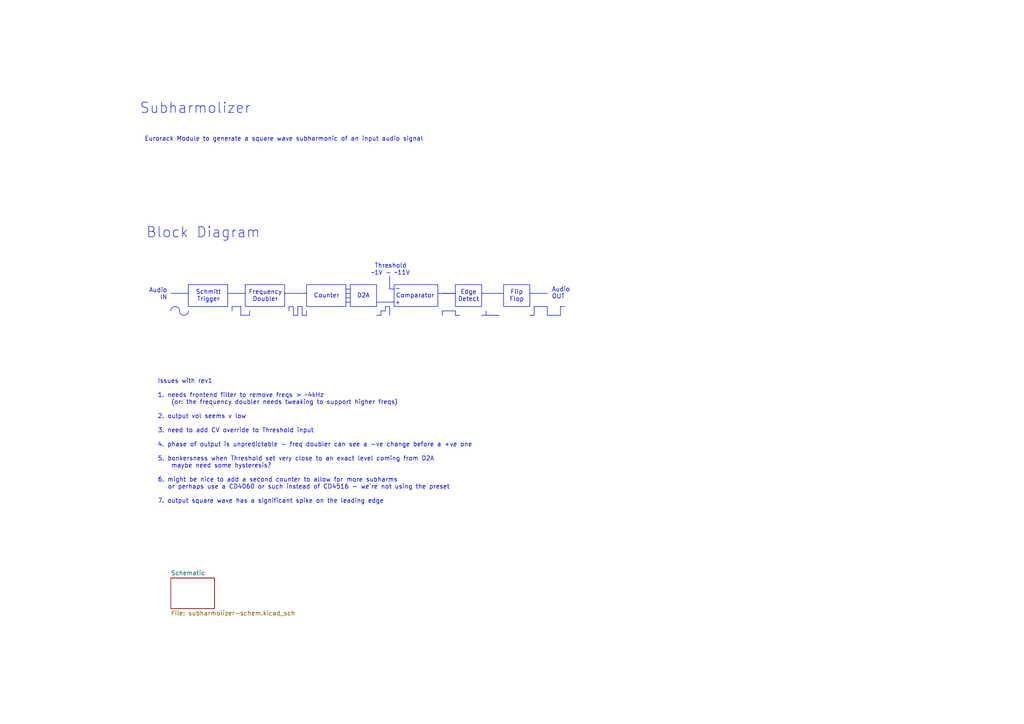
<source format=kicad_sch>
(kicad_sch
	(version 20250114)
	(generator "eeschema")
	(generator_version "9.0")
	(uuid "91a8f1d9-b08b-4cee-bee7-e3a446067852")
	(paper "A4")
	(title_block
		(title "Subharmolizer Overview")
		(date "2025-09-20")
		(rev "2")
		(company "molen, inc.")
	)
	(lib_symbols)
	(rectangle
		(start 54.61 82.55)
		(end 66.04 88.9)
		(stroke
			(width 0)
			(type default)
		)
		(fill
			(type none)
		)
		(uuid 1a080930-10c5-45b5-9252-1f2f0a771dd2)
	)
	(rectangle
		(start 114.3 82.55)
		(end 127 88.9)
		(stroke
			(width 0)
			(type default)
		)
		(fill
			(type none)
		)
		(uuid 225e52f6-f38e-4fa3-9070-ed676ab6033c)
	)
	(arc
		(start 49.53 90.17)
		(mid 49.902 89.272)
		(end 50.8 88.9)
		(stroke
			(width 0)
			(type default)
		)
		(fill
			(type none)
		)
		(uuid 2e033457-b35f-4e8d-b3c5-4943f0e4a014)
	)
	(arc
		(start 54.61 90.17)
		(mid 54.238 91.068)
		(end 53.34 91.44)
		(stroke
			(width 0)
			(type default)
		)
		(fill
			(type none)
		)
		(uuid 83cc2615-6a3a-40a6-887b-30f5afe61d6b)
	)
	(arc
		(start 50.8 88.9)
		(mid 51.698 89.272)
		(end 52.07 90.17)
		(stroke
			(width 0)
			(type default)
		)
		(fill
			(type none)
		)
		(uuid 8af96834-f811-4517-9a8c-acd6c80a99cb)
	)
	(rectangle
		(start 88.9 82.55)
		(end 100.33 88.9)
		(stroke
			(width 0)
			(type default)
		)
		(fill
			(type none)
		)
		(uuid 8b3c69fb-6c7f-4707-bcd9-34669a02168e)
	)
	(rectangle
		(start 146.05 82.55)
		(end 153.67 88.9)
		(stroke
			(width 0)
			(type default)
		)
		(fill
			(type none)
		)
		(uuid ad91669e-4059-4230-b044-cb9d02a53bbf)
	)
	(rectangle
		(start 71.12 82.55)
		(end 82.55 88.9)
		(stroke
			(width 0)
			(type default)
		)
		(fill
			(type none)
		)
		(uuid bb4f9a3b-5b10-45f5-8f63-2dcec17d4ca5)
	)
	(arc
		(start 53.34 91.44)
		(mid 52.442 91.068)
		(end 52.07 90.17)
		(stroke
			(width 0)
			(type default)
		)
		(fill
			(type none)
		)
		(uuid bd894cd4-0b90-4ebe-b9a5-196f2cd2dac9)
	)
	(rectangle
		(start 132.08 82.55)
		(end 139.7 88.9)
		(stroke
			(width 0)
			(type default)
		)
		(fill
			(type none)
		)
		(uuid c1f36017-69d7-4574-9968-b3fa7570768e)
	)
	(rectangle
		(start 101.6 82.55)
		(end 109.22 88.9)
		(stroke
			(width 0)
			(type default)
		)
		(fill
			(type none)
		)
		(uuid e7786bcc-101e-4c00-bb31-bbeb0f6a7b7b)
	)
	(text "Schmitt\nTrigger"
		(exclude_from_sim no)
		(at 60.452 85.852 0)
		(effects
			(font
				(size 1.27 1.27)
			)
		)
		(uuid "09131673-4b38-41d3-bf88-ee0f5d52318a")
	)
	(text "-"
		(exclude_from_sim no)
		(at 115.316 83.82 0)
		(effects
			(font
				(size 1.27 1.27)
			)
		)
		(uuid "0995ae6f-30e2-4d31-aa72-2a7fe0edf415")
	)
	(text "Edge\nDetect"
		(exclude_from_sim no)
		(at 135.89 85.852 0)
		(effects
			(font
				(size 1.27 1.27)
			)
		)
		(uuid "24ae13c6-1438-48ce-8232-aa883a2e53bb")
	)
	(text "Block Diagram"
		(exclude_from_sim no)
		(at 58.928 67.564 0)
		(effects
			(font
				(size 3 3)
			)
		)
		(uuid "3939d5bd-7914-4f3b-89cf-0d172d29e119")
	)
	(text "Flip\nFlop"
		(exclude_from_sim no)
		(at 149.86 85.852 0)
		(effects
			(font
				(size 1.27 1.27)
			)
		)
		(uuid "584d5f3c-3c12-4a90-9b12-ceed5b0c74e9")
	)
	(text "Threshold\n~1V - ~11V"
		(exclude_from_sim no)
		(at 113.284 78.232 0)
		(effects
			(font
				(size 1.27 1.27)
			)
		)
		(uuid "608013a6-83a8-4a46-85a5-bc1cadf47e38")
	)
	(text "Subharmolizer"
		(exclude_from_sim no)
		(at 56.642 31.496 0)
		(effects
			(font
				(size 3 3)
			)
		)
		(uuid "69e97516-2ee1-4a8d-a922-e4c7540da256")
	)
	(text "Audio\nIN"
		(exclude_from_sim no)
		(at 48.514 85.344 0)
		(effects
			(font
				(size 1.27 1.27)
			)
			(justify right)
		)
		(uuid "74ad3b1d-04bd-4446-9d17-5a94a3821bab")
	)
	(text "Issues with rev1\n\n1. needs frontend filter to remove freqs > ~4kHz\n    (or: the frequency doubler needs tweaking to support higher freqs)\n\n2. output vol seems v low\n\n3. need to add CV override to Threshold input\n\n4. phase of output is unpredictable - freq doubler can see a -ve change before a +ve one\n\n5. bonkersness when Threshold set very close to an exact level coming from D2A\n    maybe need some hysteresis?\n\n6. might be nice to add a second counter to allow for more subharms\n   or perhaps use a CD4060 or such instead of CD4516 - we're not using the preset\n\n7. output square wave has a significant spike on the leading edge"
		(exclude_from_sim no)
		(at 45.72 128.016 0)
		(effects
			(font
				(size 1.27 1.27)
			)
			(justify left)
		)
		(uuid "7988ca65-6d10-454b-b696-81572271b33b")
	)
	(text "D2A"
		(exclude_from_sim no)
		(at 105.41 85.852 0)
		(effects
			(font
				(size 1.27 1.27)
			)
		)
		(uuid "879071fa-a100-415a-9ad4-d8c53aa26982")
	)
	(text "+"
		(exclude_from_sim no)
		(at 115.316 87.884 0)
		(effects
			(font
				(size 1.27 1.27)
			)
		)
		(uuid "a4bb9967-8875-459e-bd21-870bd6d6fc03")
	)
	(text "Comparator"
		(exclude_from_sim no)
		(at 120.396 85.852 0)
		(effects
			(font
				(size 1.27 1.27)
			)
		)
		(uuid "da24dd9c-1cda-4a6e-9f96-2be3b9b40e8c")
	)
	(text "Frequency\nDoubler"
		(exclude_from_sim no)
		(at 76.962 85.852 0)
		(effects
			(font
				(size 1.27 1.27)
			)
		)
		(uuid "dccf30b4-186e-4aff-a819-cd7f57f18380")
	)
	(text "Counter"
		(exclude_from_sim no)
		(at 94.742 85.852 0)
		(effects
			(font
				(size 1.27 1.27)
			)
		)
		(uuid "f730c780-5e82-43b3-a3e5-ece99cb9439b")
	)
	(text "Eurorack Module to generate a square wave subharmonic of an input audio signal"
		(exclude_from_sim no)
		(at 41.91 40.386 0)
		(effects
			(font
				(size 1.27 1.27)
			)
			(justify left)
		)
		(uuid "f928e59d-9910-4d4a-b7ed-1d00608d516e")
	)
	(text "Audio\nOUT"
		(exclude_from_sim no)
		(at 160.02 85.09 0)
		(effects
			(font
				(size 1.27 1.27)
			)
			(justify left)
		)
		(uuid "fa8f2f58-8e1b-4203-bb7c-268466e3b398")
	)
	(polyline
		(pts
			(xy 66.04 85.09) (xy 71.12 85.09)
		)
		(stroke
			(width 0)
			(type default)
		)
		(uuid "0068d8c2-897c-4cfd-a60e-9f7a386d1ff7")
	)
	(polyline
		(pts
			(xy 162.56 91.44) (xy 162.56 88.9)
		)
		(stroke
			(width 0)
			(type default)
		)
		(uuid "0bc9f7a8-d82e-473c-82d6-c7fda738b7df")
	)
	(polyline
		(pts
			(xy 87.63 91.44) (xy 88.9 91.44)
		)
		(stroke
			(width 0)
			(type default)
		)
		(uuid "17133cb9-1563-4276-83fd-e41a0e11a292")
	)
	(polyline
		(pts
			(xy 128.27 90.17) (xy 132.08 90.17)
		)
		(stroke
			(width 0)
			(type default)
		)
		(uuid "1d26e4d0-c468-41fc-8d5a-d0320a644851")
	)
	(polyline
		(pts
			(xy 85.09 91.44) (xy 86.36 91.44)
		)
		(stroke
			(width 0)
			(type default)
		)
		(uuid "1e8e4361-e7a8-421b-bde2-360901781487")
	)
	(polyline
		(pts
			(xy 114.3 83.82) (xy 113.03 83.82)
		)
		(stroke
			(width 0)
			(type default)
		)
		(uuid "2c96cb4a-7acf-48ec-9d9c-5c960265087d")
	)
	(polyline
		(pts
			(xy 153.67 91.44) (xy 154.94 91.44)
		)
		(stroke
			(width 0)
			(type default)
		)
		(uuid "359520f1-2a21-45af-8021-b8693055cf2d")
	)
	(polyline
		(pts
			(xy 100.33 87.63) (xy 101.6 87.63)
		)
		(stroke
			(width 0)
			(type default)
		)
		(uuid "37a8c603-f53e-4987-98bb-ee779dc8e20d")
	)
	(polyline
		(pts
			(xy 67.31 88.9) (xy 69.85 88.9)
		)
		(stroke
			(width 0)
			(type default)
		)
		(uuid "39c0dcc4-3f33-43c6-91e6-03d76489ad6f")
	)
	(polyline
		(pts
			(xy 109.22 91.44) (xy 110.49 91.44)
		)
		(stroke
			(width 0)
			(type default)
		)
		(uuid "454ca975-53ea-45ab-a1be-7370f62ed4af")
	)
	(polyline
		(pts
			(xy 132.08 91.44) (xy 133.35 91.44)
		)
		(stroke
			(width 0)
			(type default)
		)
		(uuid "5757dde0-7123-4054-b08b-44223b889023")
	)
	(polyline
		(pts
			(xy 153.67 85.09) (xy 158.75 85.09)
		)
		(stroke
			(width 0)
			(type default)
		)
		(uuid "6763b438-6a6f-46dc-b02e-a46f3962b8f5")
	)
	(polyline
		(pts
			(xy 154.94 91.44) (xy 154.94 88.9)
		)
		(stroke
			(width 0)
			(type default)
		)
		(uuid "6b431e68-9f70-4edf-bb60-156318ad59c6")
	)
	(polyline
		(pts
			(xy 87.63 88.9) (xy 87.63 91.44)
		)
		(stroke
			(width 0)
			(type default)
		)
		(uuid "7227306f-6333-433a-b3e3-4b7e10755e06")
	)
	(polyline
		(pts
			(xy 85.09 88.9) (xy 85.09 91.44)
		)
		(stroke
			(width 0)
			(type default)
		)
		(uuid "74b4300a-5c22-4524-aeec-9fe76f830df4")
	)
	(polyline
		(pts
			(xy 88.9 90.17) (xy 88.9 91.44)
		)
		(stroke
			(width 0)
			(type default)
		)
		(uuid "75230e4f-439f-4ee1-b5b6-5a8107b4ef41")
	)
	(polyline
		(pts
			(xy 139.7 85.09) (xy 146.05 85.09)
		)
		(stroke
			(width 0)
			(type default)
		)
		(uuid "7953817d-fbda-48a3-ab50-8bf9436e7ba9")
	)
	(polyline
		(pts
			(xy 110.49 91.44) (xy 110.49 90.17)
		)
		(stroke
			(width 0)
			(type default)
		)
		(uuid "7a016824-11f7-46d6-b778-3770db800c2f")
	)
	(polyline
		(pts
			(xy 69.85 88.9) (xy 69.85 91.44)
		)
		(stroke
			(width 0)
			(type default)
		)
		(uuid "7a50cdb4-5a89-431f-8f1b-6d77609cb286")
	)
	(polyline
		(pts
			(xy 82.55 85.09) (xy 88.9 85.09)
		)
		(stroke
			(width 0)
			(type default)
		)
		(uuid "8432b471-017e-4250-b891-1bc2f1074941")
	)
	(polyline
		(pts
			(xy 100.33 83.82) (xy 101.6 83.82)
		)
		(stroke
			(width 0)
			(type default)
		)
		(uuid "86ff17de-7278-4260-b47d-59d96ba7a44a")
	)
	(polyline
		(pts
			(xy 111.76 90.17) (xy 111.76 88.9)
		)
		(stroke
			(width 0)
			(type default)
		)
		(uuid "8c2bf1af-ce26-43a5-86f3-36678f7db0c6")
	)
	(polyline
		(pts
			(xy 153.67 91.44) (xy 154.94 91.44)
		)
		(stroke
			(width 0)
			(type default)
		)
		(uuid "8e79bd0a-32b2-4297-a200-51b6086e2e01")
	)
	(polyline
		(pts
			(xy 127 85.09) (xy 132.08 85.09)
		)
		(stroke
			(width 0)
			(type default)
		)
		(uuid "8f920ded-c98b-47b9-aeb3-49b8155c3743")
	)
	(polyline
		(pts
			(xy 128.27 91.44) (xy 128.27 90.17)
		)
		(stroke
			(width 0)
			(type default)
		)
		(uuid "90ad24fd-873c-441f-9715-0ee59ab97783")
	)
	(polyline
		(pts
			(xy 69.85 91.44) (xy 72.39 91.44)
		)
		(stroke
			(width 0)
			(type default)
		)
		(uuid "93924ceb-f573-4d8a-a534-5c194680446b")
	)
	(polyline
		(pts
			(xy 86.36 91.44) (xy 86.36 88.9)
		)
		(stroke
			(width 0)
			(type default)
		)
		(uuid "95f1261c-fa2e-4ac0-b140-aa2765f86ded")
	)
	(polyline
		(pts
			(xy 67.31 90.17) (xy 67.31 88.9)
		)
		(stroke
			(width 0)
			(type default)
		)
		(uuid "96632927-d16f-4314-a9d4-5d3746159ff4")
	)
	(polyline
		(pts
			(xy 113.03 88.9) (xy 113.03 91.44)
		)
		(stroke
			(width 0)
			(type default)
		)
		(uuid "9be00c7d-bd98-4e11-99c3-fce9a1d85c81")
	)
	(polyline
		(pts
			(xy 49.53 85.09) (xy 54.61 85.09)
		)
		(stroke
			(width 0)
			(type default)
		)
		(uuid "aecb4e70-fa74-4ab0-944e-4ba32504431f")
	)
	(polyline
		(pts
			(xy 154.94 88.9) (xy 158.75 88.9)
		)
		(stroke
			(width 0)
			(type default)
		)
		(uuid "b51988b9-b145-4b21-bd28-680051330469")
	)
	(polyline
		(pts
			(xy 139.7 91.44) (xy 140.97 91.44)
		)
		(stroke
			(width 0)
			(type default)
		)
		(uuid "ba379de5-3e71-4e48-a963-3ffe132e8507")
	)
	(polyline
		(pts
			(xy 132.08 90.17) (xy 132.08 91.44)
		)
		(stroke
			(width 0)
			(type default)
		)
		(uuid "ba95dbee-5cb3-42fd-93fd-c603cbe2b07a")
	)
	(polyline
		(pts
			(xy 158.75 91.44) (xy 162.56 91.44)
		)
		(stroke
			(width 0)
			(type default)
		)
		(uuid "c2b76633-2bc6-4b4f-962e-8ef57a500437")
	)
	(polyline
		(pts
			(xy 83.82 90.17) (xy 83.82 88.9)
		)
		(stroke
			(width 0)
			(type default)
		)
		(uuid "cc6b08fe-edae-4c11-8de1-625a08947f0f")
	)
	(polyline
		(pts
			(xy 86.36 88.9) (xy 87.63 88.9)
		)
		(stroke
			(width 0)
			(type default)
		)
		(uuid "d045f395-433e-4330-9bb0-8239db00e771")
	)
	(polyline
		(pts
			(xy 110.49 90.17) (xy 111.76 90.17)
		)
		(stroke
			(width 0)
			(type default)
		)
		(uuid "d405bae8-8b00-4564-af77-435c5b910e26")
	)
	(polyline
		(pts
			(xy 83.82 88.9) (xy 85.09 88.9)
		)
		(stroke
			(width 0)
			(type default)
		)
		(uuid "d8c0f584-9ea2-44dc-9bca-73e43fe9f57f")
	)
	(polyline
		(pts
			(xy 140.97 91.44) (xy 144.78 91.44)
		)
		(stroke
			(width 0)
			(type default)
		)
		(uuid "d9bd47d9-880f-42f4-ad6c-45cee2c976cf")
	)
	(polyline
		(pts
			(xy 140.97 90.17) (xy 140.97 91.44)
		)
		(stroke
			(width 0)
			(type default)
		)
		(uuid "dc3a5abe-ac0e-472e-811c-33b5678e38ab")
	)
	(polyline
		(pts
			(xy 153.67 91.44) (xy 154.94 91.44)
		)
		(stroke
			(width 0)
			(type default)
		)
		(uuid "de2a2b3e-a6e8-4a9b-8a42-0f879eb96a91")
	)
	(polyline
		(pts
			(xy 158.75 88.9) (xy 158.75 91.44)
		)
		(stroke
			(width 0)
			(type default)
		)
		(uuid "def9dd58-7eb6-4e51-bfa5-2c8755938c2f")
	)
	(polyline
		(pts
			(xy 100.33 86.36) (xy 101.6 86.36)
		)
		(stroke
			(width 0)
			(type default)
		)
		(uuid "e0eaedd9-64c2-4d66-a6c2-8881fc4f98a0")
	)
	(polyline
		(pts
			(xy 111.76 88.9) (xy 113.03 88.9)
		)
		(stroke
			(width 0)
			(type default)
		)
		(uuid "e3b50896-751a-4031-8f9c-1cbb8aac6287")
	)
	(polyline
		(pts
			(xy 100.33 85.09) (xy 101.6 85.09)
		)
		(stroke
			(width 0)
			(type default)
		)
		(uuid "e720c693-10c3-4e2b-b373-a98c52174fd0")
	)
	(polyline
		(pts
			(xy 113.03 80.01) (xy 113.03 83.82)
		)
		(stroke
			(width 0)
			(type default)
		)
		(uuid "e9ba25a6-0ccc-488f-8226-3cfd8b754bbf")
	)
	(polyline
		(pts
			(xy 128.27 85.09) (xy 132.08 85.09)
		)
		(stroke
			(width 0)
			(type default)
		)
		(uuid "ebbd26a9-ed45-459d-8e19-f8122f44d0ed")
	)
	(polyline
		(pts
			(xy 72.39 90.17) (xy 72.39 91.44)
		)
		(stroke
			(width 0)
			(type default)
		)
		(uuid "edae0c1a-9a0a-41ad-b2d5-965514ff75eb")
	)
	(polyline
		(pts
			(xy 109.22 87.63) (xy 114.3 87.63)
		)
		(stroke
			(width 0)
			(type default)
		)
		(uuid "eddb2410-384b-4665-8c3a-f8b2eee0dcce")
	)
	(polyline
		(pts
			(xy 162.56 88.9) (xy 163.83 88.9)
		)
		(stroke
			(width 0)
			(type default)
		)
		(uuid "f44b9dc8-3505-4ed9-a2dc-f76968bcacc1")
	)
	(sheet
		(at 49.53 167.64)
		(size 12.7 8.89)
		(exclude_from_sim no)
		(in_bom yes)
		(on_board yes)
		(dnp no)
		(fields_autoplaced yes)
		(stroke
			(width 0.1524)
			(type solid)
		)
		(fill
			(color 0 0 0 0.0000)
		)
		(uuid "4d188384-7bc4-4e23-b33c-06084499eb68")
		(property "Sheetname" "Schematic"
			(at 49.53 166.9284 0)
			(effects
				(font
					(size 1.27 1.27)
				)
				(justify left bottom)
			)
		)
		(property "Sheetfile" "subharmolizer-schem.kicad_sch"
			(at 49.53 177.1146 0)
			(effects
				(font
					(size 1.27 1.27)
				)
				(justify left top)
			)
		)
		(instances
			(project "subharmolizer-rev2"
				(path "/91a8f1d9-b08b-4cee-bee7-e3a446067852"
					(page "2")
				)
			)
		)
	)
	(sheet_instances
		(path "/"
			(page "1")
		)
	)
	(embedded_fonts no)
)

</source>
